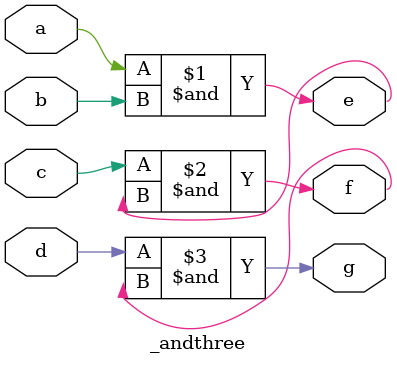
<source format=v>
`timescale 1ns / 1ps


module _andthree(
    input a,b,c,d,
    output e,f,g
    );
    assign e=a&b;
    assign f=c&e;
    assign g=d&f;
endmodule

</source>
